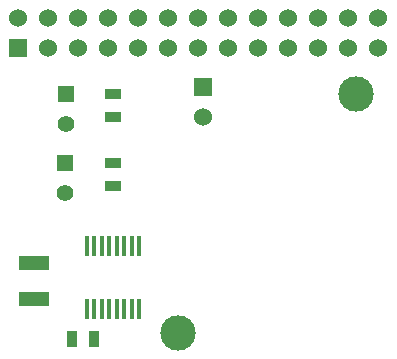
<source format=gts>
G04 (created by PCBNEW (2013-04-19 BZR 4011)-stable) date 11/12/2014 13:21:34*
%MOIN*%
G04 Gerber Fmt 3.4, Leading zero omitted, Abs format*
%FSLAX34Y34*%
G01*
G70*
G90*
G04 APERTURE LIST*
%ADD10C,0*%
%ADD11R,0.035X0.055*%
%ADD12C,0.11811*%
%ADD13R,0.055X0.035*%
%ADD14R,0.1X0.05*%
%ADD15R,0.016X0.065*%
%ADD16R,0.055X0.055*%
%ADD17C,0.055*%
%ADD18R,0.06X0.06*%
%ADD19C,0.06*%
G04 APERTURE END LIST*
G54D10*
G54D11*
X3275Y-11450D03*
X2525Y-11450D03*
G54D12*
X6075Y-11250D03*
X12000Y-3300D03*
G54D13*
X3900Y-4050D03*
X3900Y-3300D03*
X3900Y-6350D03*
X3900Y-5600D03*
G54D14*
X1275Y-10125D03*
X1275Y-8925D03*
G54D15*
X4025Y-8350D03*
X3775Y-8350D03*
X3525Y-8350D03*
X3275Y-8350D03*
X4775Y-10450D03*
X4775Y-8350D03*
X4525Y-8350D03*
X4275Y-8350D03*
X3025Y-10450D03*
X3275Y-10450D03*
X3525Y-10450D03*
X3775Y-10450D03*
X4025Y-10450D03*
X4275Y-10450D03*
X3025Y-8350D03*
X4525Y-10450D03*
G54D16*
X2300Y-5600D03*
G54D17*
X2300Y-6600D03*
G54D16*
X2350Y-3300D03*
G54D17*
X2350Y-4300D03*
G54D18*
X750Y-1750D03*
G54D19*
X750Y-750D03*
X1750Y-1750D03*
X1750Y-750D03*
X2750Y-1750D03*
X2750Y-750D03*
X3750Y-1750D03*
X3750Y-750D03*
X4750Y-1750D03*
X4750Y-750D03*
X5750Y-1750D03*
X5750Y-750D03*
X6750Y-1750D03*
X6750Y-750D03*
X7750Y-1750D03*
X7750Y-750D03*
X8750Y-1750D03*
X8750Y-750D03*
X9750Y-1750D03*
X9750Y-750D03*
X10750Y-1750D03*
X10750Y-750D03*
X11750Y-1750D03*
X11750Y-750D03*
X12750Y-1750D03*
X12750Y-750D03*
G54D18*
X6900Y-3050D03*
G54D19*
X6900Y-4050D03*
M02*

</source>
